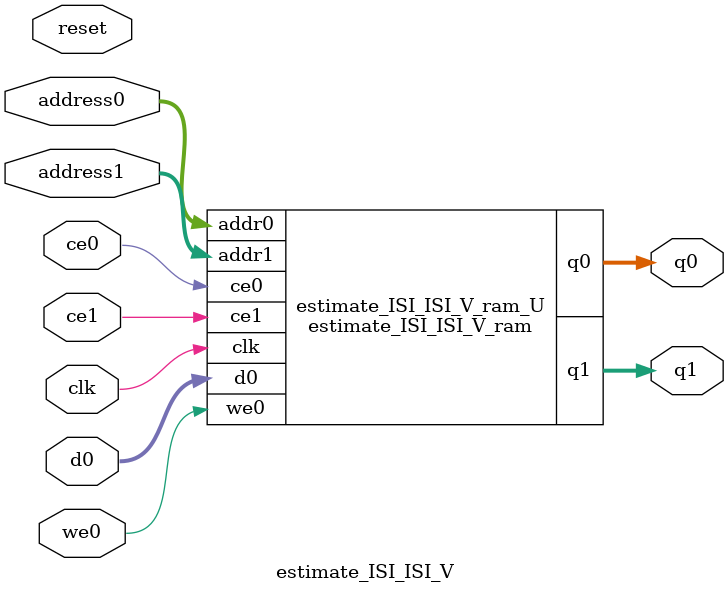
<source format=v>
`timescale 1 ns / 1 ps
module estimate_ISI_ISI_V_ram (addr0, ce0, d0, we0, q0, addr1, ce1, q1,  clk);

parameter DWIDTH = 10;
parameter AWIDTH = 7;
parameter MEM_SIZE = 96;

input[AWIDTH-1:0] addr0;
input ce0;
input[DWIDTH-1:0] d0;
input we0;
output reg[DWIDTH-1:0] q0;
input[AWIDTH-1:0] addr1;
input ce1;
output reg[DWIDTH-1:0] q1;
input clk;

(* ram_style = "distributed" *)reg [DWIDTH-1:0] ram[0:MEM_SIZE-1];




always @(posedge clk)  
begin 
    if (ce0) 
    begin
        if (we0) 
        begin 
            ram[addr0] <= d0; 
        end 
        q0 <= ram[addr0];
    end
end


always @(posedge clk)  
begin 
    if (ce1) 
    begin
        q1 <= ram[addr1];
    end
end


endmodule

`timescale 1 ns / 1 ps
module estimate_ISI_ISI_V(
    reset,
    clk,
    address0,
    ce0,
    we0,
    d0,
    q0,
    address1,
    ce1,
    q1);

parameter DataWidth = 32'd10;
parameter AddressRange = 32'd96;
parameter AddressWidth = 32'd7;
input reset;
input clk;
input[AddressWidth - 1:0] address0;
input ce0;
input we0;
input[DataWidth - 1:0] d0;
output[DataWidth - 1:0] q0;
input[AddressWidth - 1:0] address1;
input ce1;
output[DataWidth - 1:0] q1;



estimate_ISI_ISI_V_ram estimate_ISI_ISI_V_ram_U(
    .clk( clk ),
    .addr0( address0 ),
    .ce0( ce0 ),
    .we0( we0 ),
    .d0( d0 ),
    .q0( q0 ),
    .addr1( address1 ),
    .ce1( ce1 ),
    .q1( q1 ));

endmodule


</source>
